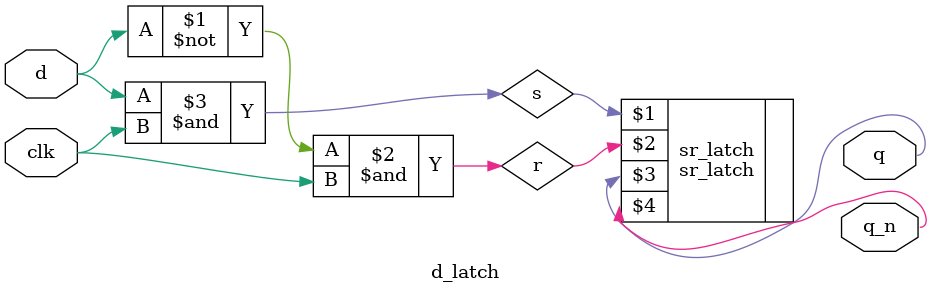
<source format=v>
module d_latch
(
	input clk ,
	input d,
	output q,
	output q_n
);
	wire r = ~d & clk;
	wire s = d & clk ;
	sr_latch sr_latch (s, r, q, q_n) ;
endmodule

</source>
